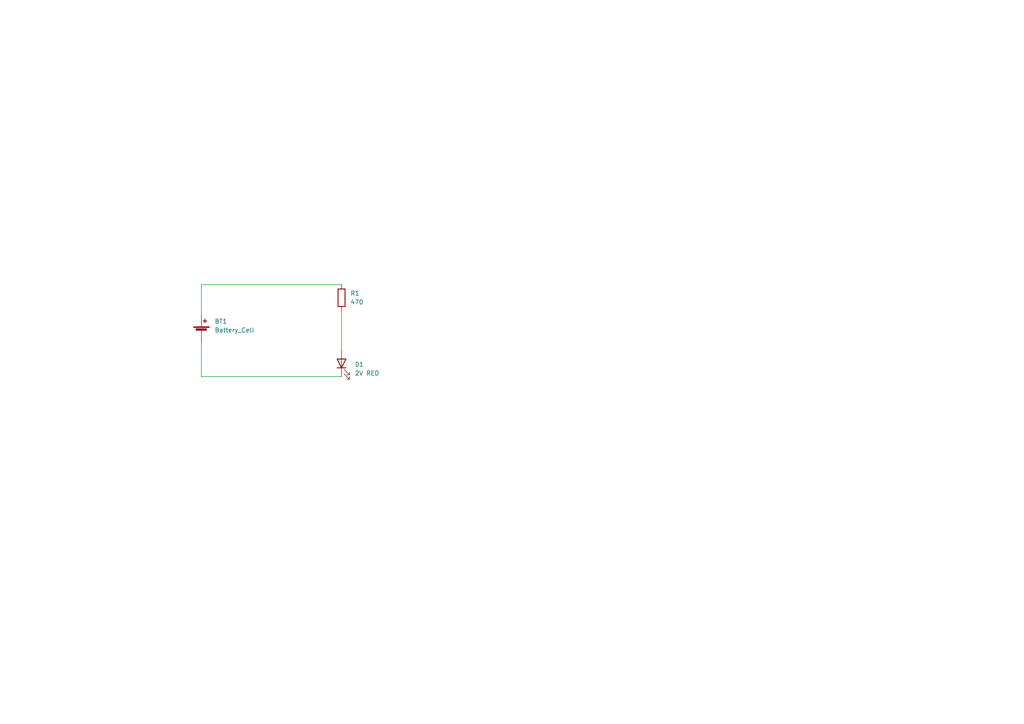
<source format=kicad_sch>
(kicad_sch (version 20211123) (generator eeschema)
  (paper "A4")
  (lib_symbols
    (symbol "Device:Battery_Cell" (pin_numbers hide) (pin_names (offset 0) hide)
      (property "Reference" "BT" (at 2.54 2.54 0))
      (property "Value" "Battery_Cell" (at 2.54 0 0))
      (symbol "Battery_Cell_0_1"
        (rectangle (start -2.286 1.778) (end 2.286 1.524) (fill (type outline)))
        (rectangle (start -1.5748 1.1938) (end 1.4732 0.6858) (fill (type outline)))
        (polyline (pts (xy 0 0.762) (xy 0 0)))
        (polyline (pts (xy 0 1.778) (xy 0 2.54)))
        (polyline (pts (xy 0.508 3.429) (xy 1.524 3.429)) (stroke (width 0.254)))
        (polyline (pts (xy 1.016 3.937) (xy 1.016 2.921)) (stroke (width 0.254)))
      )
      (symbol "Battery_Cell_1_1"
        (pin passive line (at 0 5.08 270) (length 2.54) (name "+") (number "1"))
        (pin passive line (at 0 -2.54 90) (length 2.54) (name "-") (number "2"))
      )
    )
    (symbol "Device:LED" (pin_numbers hide) (pin_names (offset 1.016) hide)
      (property "Reference" "D" (at 0 2.54 0))
      (property "Value" "LED" (at 0 -2.54 0))
      (symbol "LED_0_1"
        (polyline (pts (xy -1.27 -1.27) (xy -1.27 1.27)) (stroke (width 0.254)))
        (polyline (pts (xy -1.27 0) (xy 1.27 0)))
        (polyline (pts (xy 1.27 -1.27) (xy 1.27 1.27) (xy -1.27 0) (xy 1.27 -1.27)) (stroke (width 0.254)))
        (polyline (pts (xy -3.048 -0.762) (xy -4.572 -2.286) (xy -3.81 -2.286) (xy -4.572 -2.286) (xy -4.572 -1.524)))
        (polyline (pts (xy -1.778 -0.762) (xy -3.302 -2.286) (xy -2.54 -2.286) (xy -3.302 -2.286) (xy -3.302 -1.524)))
      )
      (symbol "LED_1_1"
        (pin passive line (at -3.81 0 0) (length 2.54) (name "K") (number "1"))
        (pin passive line (at 3.81 0 180) (length 2.54) (name "A") (number "2"))
      )
    )
    (symbol "Device:R" (pin_numbers hide) (pin_names (offset 0))
      (property "Reference" "R" (at 2.032 0 90))
      (property "Value" "R" (at 0 0 90))
      (symbol "R_0_1"
        (rectangle (start -1.016 -2.54) (end 1.016 2.54) (stroke (width 0.254)))
      )
      (symbol "R_1_1"
        (pin passive line (at 0 3.81 270) (length 1.27) (name "~") (number "1"))
        (pin passive line (at 0 -3.81 90) (length 1.27) (name "~") (number "2"))
      )
    )
  )
  (wire (pts (xy 58.42 82.55) (xy 58.42 91.44)))
  (wire (pts (xy 99.06 109.22) (xy 58.42 109.22)))
  (wire (pts (xy 58.42 99.06) (xy 58.42 109.22)))
  (wire (pts (xy 99.06 90.17) (xy 99.06 101.6)))
  (wire (pts (xy 99.06 82.55) (xy 58.42 82.55)))
  (symbol (lib_id "Device:R") (at 99.06 86.36 0) (unit 1)
    (property "Reference" "R1" (at 101.6 85.0899 0) (effects (justify left)))
    (property "Value" "470" (at 101.6 87.6299 0) (effects (justify left)))
    (property "Footprint" "Resistor_SMD:R_0402_1005Metric" (effects hide))
  )
  (symbol (lib_id "Device:Battery_Cell") (at 58.42 96.52 0) (unit 1)
    (property "Reference" "BT1" (at 62.23 93.2179 0) (effects (justify left)))
    (property "Value" "Battery_Cell" (at 62.23 95.7579 0) (effects (justify left)))
    (property "Footprint" "Battery:BatteryHolder_Keystone_1058_1x2032" (effects hide))
  )
  (symbol (lib_id "Device:LED") (at 99.06 105.41 90) (unit 1)
    (property "Reference" "D1" (at 102.87 105.7274 90) (effects (justify right)))
    (property "Value" "2V RED" (at 102.87 108.2674 90) (effects (justify right)))
    (property "Footprint" "LED_SMD:LED_0603_1608Metric" (effects hide))
  )
)
</source>
